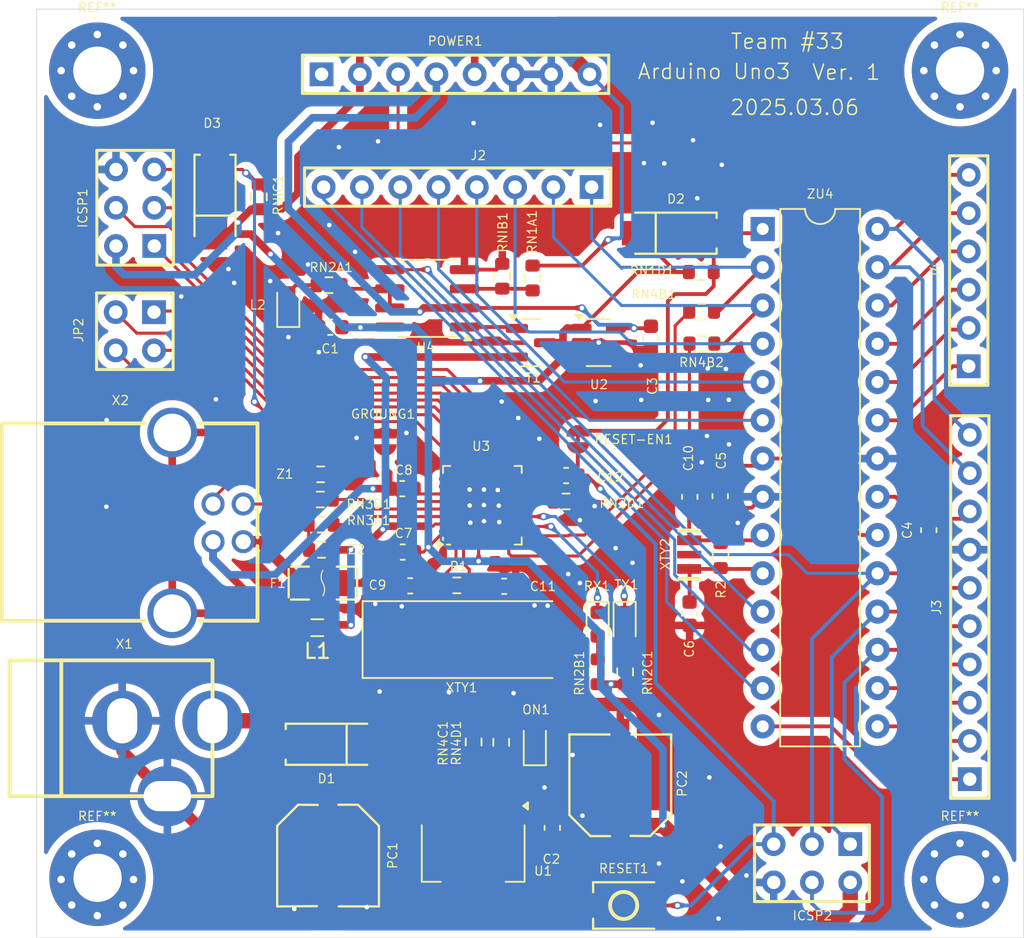
<source format=kicad_pcb>
(kicad_pcb (version 20240108) (generator "pcbnew") (generator_version "8.0")
  (layers (0 "F.Cu" signal) (31 "B.Cu" signal) (34 "B.Paste" user) (35 "F.Paste" user) (36 "B.SilkS" user "B.Silkscreen") (37 "F.SilkS" user "F.Silkscreen") (38 "B.Mask" user) (39 "F.Mask" user) (44 "Edge.Cuts" user))
  (net 0 "")
  (net 1 "GND")
  (net 2 "+5V")
  (net 3 "/AREF")
  (net 4 "Net-(ZU4-AVCC)")
  (net 5 "Net-(ZU4-XTAL2{slash}PB7)")
  (net 6 "/TP_VUCAP")
  (net 7 "Net-(U3-UGND)")
  (net 8 "Net-(U3-XTAL1)")
  (net 9 "Net-(ZU4-XTAL1{slash}PB6)")
  (net 10 "Net-(U3-PC0{slash}XTAL2)")
  (net 11 "Net-(U3-~{HWB}{slash}PD7)")
  (net 12 "/PWRIN")
  (net 13 "/VIN")
  (net 14 "/RESET2")
  (net 15 "Net-(X2-VBUS)")
  (net 16 "/USBVCC")
  (net 17 "/MOSI2")
  (net 18 "/MISO2")
  (net 19 "/SCK2")
  (net 20 "/SCK")
  (net 21 "/MISO")
  (net 22 "/MOSI")
  (net 23 "/IO3")
  (net 24 "/IO5")
  (net 25 "/IO1")
  (net 26 "/IO4")
  (net 27 "/IO7")
  (net 28 "/IO2")
  (net 29 "/IO6")
  (net 30 "/IO0")
  (net 31 "/IO9")
  (net 32 "/AD4{slash}SDA")
  (net 33 "/IO8")
  (net 34 "/SS")
  (net 35 "/AD5{slash}SCL")
  (net 36 "/AD3")
  (net 37 "/AD1")
  (net 38 "/AD0")
  (net 39 "/AD2")
  (net 40 "Net-(U3-PB5)")
  (net 41 "Net-(U3-PB7)")
  (net 42 "Net-(U3-PB4)")
  (net 43 "Net-(U3-PB6)")
  (net 44 "Net-(L1-Pad1)")
  (net 45 "Net-(L2-A)")
  (net 46 "Net-(ON1-A)")
  (net 48 "/+3V3")
  (net 49 "/RESET")
  (net 50 "/CMP")
  (net 51 "/L13")
  (net 52 "Net-(RX1-A)")
  (net 53 "Net-(TX1-A)")
  (net 54 "/RD-")
  (net 55 "/D-")
  (net 56 "/D+")
  (net 57 "/RD+")
  (net 58 "/M8RXD")
  (net 59 "/M8TXD")
  (net 60 "/RXLED")
  (net 61 "Net-(T1-G)")
  (net 62 "/TXLED")
  (footprint "THUN888:HDR-F-2.54_2X3" (layer "F.Cu") (at 153.84 110.86 180)
    (property "Reference" "ICSP2")
    (property "Value" "3X2M" (hide yes))
  )
  (footprint "Resistor_SMD:R_0603_1608Metric" (layer "F.Cu") (at 135.3 72.005 -90)
    (property "Reference" "RN1A1")
    (property "Value" "10K" (hide yes))
  )
  (footprint "LED_SMD:LED_0603_1608Metric" (layer "F.Cu") (at 135.45 102.8675 90)
    (property "Reference" "ON1")
    (property "Value" "GREEN" (hide yes))
  )
  (footprint "THUN888:短接焊盘111" (layer "F.Cu") (at 125.393 82.915 90)
    (property "Reference" "GROUNG1")
    (property "Value" "1M" (hide yes))
  )
  (footprint "Capacitor_SMD:C_0603_1608Metric" (layer "F.Cu") (at 127.185 92.44)
    (property "Reference" "C9")
    (property "Value" "22P" (hide yes))
  )
  (footprint "Capacitor_SMD:C_0603_1608Metric" (layer "F.Cu") (at 126.655 85.99)
    (property "Reference" "C8")
    (property "Value" "1U" (hide yes))
  )
  (footprint "MountingHole:MountingHole_3.2mm_M3_Pad_Via" (layer "F.Cu") (at 106.42 58.24)
    (property "Reference" "REF**")
    (property "Value" "MountingHole_3.2mm_M3_Pad_Via" (hide yes))
  )
  (footprint "Resistor_SMD:R_0603_1608Metric" (layer "F.Cu") (at 121.294998 90.05)
    (property "Reference" "Z2")
    (property "Value" "CG0603MLC-05E" (hide yes))
  )
  (footprint "THUN888:HDR-F-2.54_1X8" (layer "F.Cu") (at 131.6 65.97 180)
    (property "Reference" "J2")
    (property "Value" "8X1F-H8.5" (hide yes))
  )
  (footprint "Resistor_SMD:R_0603_1608Metric" (layer "F.Cu") (at 133.29 71.885 90)
    (property "Reference" "RNIB1")
    (property "Value" "10K" (hide yes))
  )
  (footprint "THUN888:SMA_L4.4-W2.8-LS5.4-RD" (layer "F.Cu") (at 121.6246 102.96 180)
    (property "Reference" "D1")
    (property "Value" "M7" (hide yes))
  )
  (footprint "Package_SO:SOIC-8_3.9x4.9mm_P1.27mm" (layer "F.Cu") (at 128.305 73.355 180)
    (property "Reference" "U4")
    (property "Value" "LM358" (hide yes))
  )
  (footprint "Capacitor_SMD:C_0603_1608Metric" (layer "F.Cu") (at 147.75 86.485 -90)
    (property "Reference" "C5")
    (property "Value" "100n" (hide yes))
  )
  (footprint "Resistor_SMD:R_0603_1608Metric" (layer "F.Cu") (at 121.241666 85.04)
    (property "Reference" "Z1")
    (property "Value" "CG0603MLC-05E" (hide yes))
  )
  (footprint "Package_TO_SOT_SMD:SOT-223-3_TabPin2" (layer "F.Cu") (at 131.36 110.18 -90)
    (property "Reference" "U1")
    (property "Value" "NCP1117ST50T3G" (hide yes))
  )
  (footprint "Package_DFN_QFN:QFN-32-1EP_5x5mm_P0.5mm_EP3.1x3.1mm" (layer "F.Cu") (at 131.97 87.0925 90)
    (property "Reference" "U3")
    (property "Value" "ATmega16U2-MU(R)" (hide yes))
  )
  (footprint "Capacitor_SMD:C_0603_1608Metric" (layer "F.Cu") (at 143.15 75.985 -90)
    (property "Reference" "C3")
    (property "Value" "1U" (hide yes))
  )
  (footprint "THUN888:HDR-F-2.54_2X3" (layer "F.Cu") (at 108.93 67.34 90)
    (property "Reference" "ICSP1")
    (property "Value" "3X2M" (hide yes))
  )
  (footprint "Package_DIP:DIP-28_W7.62mm" (layer "F.Cu") (at 150.57 68.75)
    (property "Reference" "ZU4")
    (property "Value" "ATmega328P-PU" (hide yes))
  )
  (footprint "MountingHole:MountingHole_3.2mm_M3_Pad_Via" (layer "F.Cu") (at 163.662944 111.932944)
    (property "Reference" "REF**")
    (property "Value" "MountingHole_3.2mm_M3_Pad_Via" (hide yes))
  )
  (footprint "Resistor_SMD:R_0603_1608Metric" (layer "F.Cu") (at 146.515 74.24)
    (property "Reference" "RN4B1")
    (property "Value" "1K" (hide yes))
  )
  (footprint "THUN888:OSC-SMD_3P-L3.2-W1.3-P0.95-L" (layer "F.Cu") (at 145.69 90.37 -90)
    (property "Reference" "XTY2")
    (property "Value" "CSTCE16M0V53-R0" (hide yes))
  )
  (footprint "Capacitor_SMD:C_0603_1608Metric" (layer "F.Cu") (at 161.59 88.745 90)
    (property "Reference" "C4")
    (property "Value" "100n" (hide yes))
  )
  (footprint "Capacitor_SMD:C_0603_1608Metric" (layer "F.Cu") (at 145.72 94.29 90)
    (property "Reference" "C6")
    (property "Value" "22P" (hide yes))
  )
  (footprint "Resistor_SMD:R_0603_1608Metric" (layer "F.Cu") (at 121.268332 88.38)
    (property "Reference" "RN3A1")
    (property "Value" "22R" (hide yes))
  )
  (footprint "Resistor_SMD:R_0603_1608Metric" (layer "F.Cu") (at 139.62 98.145 90)
    (property "Reference" "RN2B1")
    (property "Value" "1K" (hide yes))
  )
  (footprint "THUN888:F1206" (layer "F.Cu") (at 121.385 92.26)
    (property "Reference" "F1")
    (property "Value" "MF-MSMF050-2 500MA" (hide yes))
  )
  (footprint "Inductor_SMD:L_0805_2012Metric" (layer "F.Cu") (at 121.02 95.2199 180)
    (property "Reference" "L1")
    (property "Value" "BLM21")
  )
  (footprint "THUN888:CAP-SMD_BD6.3-L6.6-W6.6-LS7.2-FD" (layer "F.Cu") (at 141.12 105.68 90)
    (property "Reference" "PC2")
    (property "Value" "47U" (hide yes))
  )
  (footprint "Capacitor_SMD:C_0603_1608Metric" (layer "F.Cu") (at 133.415 92.47 180)
    (property "Reference" "C11")
    (property "Value" "22P" (hide yes))
  )
  (footprint "THUN888:SW-SMD_L3.9-W3.0-P4.45" (layer "F.Cu") (at 141.3451 113.66)
    (property "Reference" "RESET1")
    (property "Value" "SW_MEC_5E" (hide yes))
  )
  (footprint "Capacitor_SMD:C_0603_1608Metric" (layer "F.Cu") (at 136.61 108.505 90)
    (property "Reference" "C2")
    (property "Value" "100n" (hide yes))
  )
  (footprint "Resistor_SMD:R_0603_1608Metric" (layer "F.Cu") (at 130.275 92.41 180)
    (property "Reference" "R1")
    (property "Value" "1M" (hide yes))
  )
  (footprint "Capacitor_SMD:C_0603_1608Metric" (layer "F.Cu") (at 137.525 85.12)
    (property "Reference" "C12")
    (property "Value" "100n" (hide yes))
  )
  (footprint "MountingHole:MountingHole_3.2mm_M3_Pad_Via" (layer "F.Cu") (at 106.42 111.937944)
    (property "Reference" "REF**")
    (property "Value" "MountingHole_3.2mm_M3_Pad_Via" (hide yes))
  )
  (footprint "Resistor_SMD:R_0603_1608Metric" (layer "F.Cu") (at 117.14 66.615 90)
    (property "Reference" "RNIC1")
    (property "Value" "10K" (hide yes))
  )
  (footprint "THUN888:短接焊盘111" (layer "F.Cu") (at 138.18315 82.7834 90)
    (property "Reference" "RESET-EN1")
    (property "Value" "1M" (hide yes))
  )
  (footprint "Capacitor_SMD:C_0603_1608Metric" (layer "F.Cu") (at 121.875 75.27 180)
    (property "Reference" "C1")
    (property "Value" "100n" (hide yes))
  )
  (footprint "Package_TO_SOT_SMD:SOT-23-5" (layer "F.Cu") (at 139.6925 76.29)
    (property "Reference" "U2")
    (property "Value" "LP2985-33DBVR" (hide yes))
  )
  (footprint "LED_SMD:LED_0603_1608Metric" (layer "F.Cu") (at 119.09 73.7725 90)
    (property "Reference" "L2")
    (property "Value" "YELLOW" (hide yes))
  )
  (footprint "Resistor_SMD:R_0603_1608Metric" (layer "F.Cu") (at 137.525 86.84)
    (property "Reference" "RN2D1")
    (property "Value" "1K" (hide yes))
  )
  (footprint "Resistor_SMD:R_0603_1608Metric" (layer "F.Cu") (at 141.44 98.155 90)
    (property "Reference" "RN2C1")
    (property "Value" "1K" (hide yes))
  )
  (footprint "THUN888:SMA_L4.4-W2.8-LS5.4-RD" (layer "F.Cu") (at 114.23 66.5246 90)
    (property "Reference" "D3")
    (property "Value" "CD1206-SOI575" (hide yes))
  )
  (footprint "LED_SMD:LED_0603_1608Metric" (layer "F.Cu") (at 141.41 94.9925 -90)
    (property "Reference" "TX1")
    (property "Value" "YELLOW" (hide yes))
  )
  (footprint "Resistor_SMD:R_0603_1608Metric" (layer "F.Cu") (at 146.535 76.36)
    (property "Reference" "RN4B2")
    (property "Value" "1K" (hide yes))
  )
  (footprint "THUN888:HDR-F-2.54_1X10" (layer "F.Cu") (at 164.31 93.85 90)
    (property "Reference" "J3")
    (property "Value" "10X1F-H8.5" (hide yes))
  )
  (footprint "Resistor_SMD:R_0603_1608Metric" (layer "F.Cu") (at 121.795 72.48 180)
    (property "Reference" "RN2A1")
    (property "Value" "1K" (hide yes))
  )
  (footprint "Crystal:Crystal_SMD_HC49-SD" (layer "F.Cu") (at 130.72 96.01)
    (property "Reference" "XTY1")
    (property "Value" "16MHZ" (hide yes))
  )
  (footprint "Resistor_SMD:R_0603_1608Metric" (layer "F.Cu") (at 146.495 71.61 180)
    (property "Reference" "RN1D1")
    (property "Value" "10K" (hide yes))
  )
  (footprint "Capacitor_SMD:C_0603_1608Metric" (layer "F.Cu") (at 126.685 90.2)
    (property "Reference" "C7")
    (property "Value" "100n" (hide yes))
  )
  (footprint "Resistor_SMD:R_0603_1608Metric" (layer "F.Cu") (at 147.78 90.435 90)
    (property "Reference" "R2")
    (property "Value" "1M" (hide yes))
  )
  (footprint "THUN888:HDR-F-2.54_1X6" (layer "F.Cu") (at 164.24 72.78 90)
    (property "Reference" "J4")
    (property "Value" "6X1F-H8.5" (hide yes))
  )
  (footprint "THUN888:SMA_L4.4-W2.8-LS5.4-RD" (layer "F.Cu") (at 144.81 69.03)
    (property "Reference" "D2")
    (property "Value" "CD1206-S01575" (hide yes))
  )
  (footprint "Package_TO_SOT_SMD:SOT-23" (layer "F.Cu") (at 135.1975 76.3)
    (property "Reference" "T1")
    (property "Value" "FDN340P" (hide yes))
  )
  (footprint "MountingHole:MountingHole_3.2mm_M3_Pad_Via" (layer "F.Cu") (at 163.662944 58.24)
    (property "Reference" "REF**")
    (property "Value" "MountingHole_3.2mm_M3_Pad_Via" (hide yes))
  )
  (footprint "Resistor_SMD:R_0603_1608Metric" (layer "F.Cu") (at 121.215 86.71)
    (property "Reference" "RN3D1")
    (property "Value" "22R" (hide yes))
  )
  (footprint "Capacitor_SMD:C_0603_1608Metric" (layer "F.Cu") (at 145.73 86.535 -90)
    (property "Reference" "C10")
    (property "Value" "22P" (hide yes))
  )
  (footprint "THUN888:POWERSUPPLY_DC21MMX" (layer "F.Cu") (at 100.6024 97.3868)
    (property "Reference" "X1")
    (property "Value" "POWERSUPPLY_DC21MMX" (hide yes))
  )
  (footprint "LED_SMD:LED_0603_1608Metric" (layer "F.Cu") (at 139.62 94.9925 -90)
    (property "Reference" "RX1")
    (property "Value" "YELLOW" (hide yes))
  )
  (footprint "THUN888:USB-B-TH_USB-B01" (layer "F.Cu") (at 113.745 88.2602 90)
    (property "Reference" "X2")
    (property "Value" "USB_B_TH" (hide yes))
  )
  (footprint "THUN888:HDR-F-2.54_1X8" (layer "F.Cu") (at 128.92 58.48)
    (property "Reference" "POWER1")
    (property "Value" "8X1F-H8.5" (hide yes))
  )
  (footprint "Resistor_SMD:R_0603_1608Metric" (layer "F.Cu") (at 131.39 102.805 90)
    (property "Reference" "RN4C1")
    (property "Value" "1K" (hide yes))
  )
  (footprint "THUN888:HDR-M-2.54_2X2" (layer "F.Cu") (at 108.91 75.54 -90)
    (property "Reference" "JP2")
    (property "Value" "~" (hide yes))
  )
  (footprint "THUN888:CAP-SMD_BD6.3-L6.6-W6.6-LS7.2-FD" (layer "F.Cu") (at 121.73 110.35 -90)
    (property "Reference" "PC1")
    (property "Value" "47U" (hide yes))
  )
  (footprint "Resistor_SMD:R_0603_1608Metric" (layer "F.Cu") (at 133.22 102.825 90)
    (property "Reference" "RN4D1")
    (property "Value" "1K" (hide yes))
  )
  (gr_line (start 102.39 59.48) (end 102.39 54.16) (stroke (width 0.05)) (layer "Edge.Cuts"))
  (gr_line (start 167.89 59.04) (end 167.89 54.34) (stroke (width 0.05)) (layer "Edge.Cuts"))
  (gr_line (start 167.89 54.16) (end 167.89 54.34) (stroke (width 0.05)) (layer "Edge.Cuts"))
  (gr_line (start 102.39 115.82) (end 167.89 115.82) (stroke (width 0.05)) (layer "Edge.Cuts"))
  (gr_line (start 167.89 54.16) (end 102.39 54.16) (stroke (width 0.05)) (layer "Edge.Cuts"))
  (gr_line (start 167.89 115.82) (end 167.89 59.04) (stroke (width 0.05)) (layer "Edge.Cuts"))
  (gr_line (start 102.39 59.48) (end 102.39 115.82) (stroke (width 0.05)) (layer "Edge.Cuts"))
  (gr_text "Ver. 1" (at 153.78 58.93 0) (layer "F.SilkS") (effects (font (size 1 1) (thickness 0.1)) (justify left bottom)))
  (gr_text "Team #33" (at 148.38 56.88 0) (layer "F.SilkS") (effects (font (size 1 1) (thickness 0.1)) (justify left bottom)))
  (gr_text "Arduino Uno3" (at 142.21 58.88 0) (layer "F.SilkS") (effects (font (size 1 1) (thickness 0.1)) (justify left bottom)))
  (gr_text "2025.03.06" (at 148.34 61.27 0) (layer "F.SilkS") (effects (font (size 1 1) (thickness 0.1)) (justify left bottom)))
  (segment (start 147.75 87.26) (end 149.84 87.26) (width 0.254) (layer "F.Cu") (net 1))
  (segment (start 131.22 87.8425) (end 131.97 87.0925) (width 0.2032) (layer "F.Cu") (net 1))
  (segment (start 108.07 101.4) (end 108.07 103.4066) (width 0.762) (layer "F.Cu") (net 1))
  (segment (start 149.84 87.26) (end 150.57 86.53) (width 0.254) (layer "F.Cu") (net 1))
  (segment (start 119.8 75.27) (end 119.09 74.56) (width 0.254) (layer "F.Cu") (net 1))
  (segment (start 143.15 77.12) (end 142.47 77.8) (width 0.508) (layer "F.Cu") (net 1))
  (segment (start 132.9 71.45) (end 133.29 71.06) (width 0.254) (layer "F.Cu") (net 1))
  (segment (start 108.07 103.4066) (end 111.0672 106.4038) (width 0.762) (layer "F.Cu") (net 1))
  (segment (start 135.91 107.03) (end 136.61 107.73) (width 1.016) (layer "F.Cu") (net 1))
  (segment (start 130.78 71.45) (end 132.9 71.45) (width 0.254) (layer "F.Cu") (net 1))
  (segment (start 125.52 82.28) (end 123.96 82.28) (width 0.508) (layer "F.Cu") (net 1))
  (segment (start 161.59 89.52) (end 162.6 89.52) (width 0.2032) (layer "F.Cu") (net 1))
  (segment (start 118.5899 113.8799) (end 121.71 113.8799) (width 0.762) (layer "F.Cu") (net 1))
  (segment (start 121.1 75.27) (end 119.8 75.27) (width 0.254) (layer "F.Cu") (net 1))
  (segment (start 131.22 89.53) (end 131.22 87.8425) (width 0.2032) (layer "F.Cu") (net 1))
  (segment (start 111.1138 106.4038) (end 118.5899 113.8799) (width 0.762) (layer "F.Cu") (net 1))
  (segment (start 111.0672 106.4038) (end 111.1138 106.4038) (width 0.762) (layer "F.Cu") (net 1))
  (segment (start 125.52 82.28) (end 126.92 82.28) (width 0.508) (layer "F.Cu") (net 1))
  (segment (start 123.96 82.28) (end 123.62 82.62) (width 0.508) (layer "F.Cu") (net 1))
  (segment (start 133.66 107.03) (end 135.91 107.03) (width 1.016) (layer "F.Cu") (net 1))
  (segment (start 163.12 90.04) (end 164.31 90.04) (width 0.2032) (layer "F.Cu") (net 1))
  (segment (start 162.6 89.52) (end 163.12 90.04) (width 0.2032) (layer "F.Cu") (net 1))
  (segment (start 143.15 76.76) (end 143.15 77.12) (width 0.508) (layer "F.Cu") (net 1))
  (segment (start 126.92 82.28) (end 126.93 82.29) (width 0.508) (layer "F.Cu") (net 1))
  (via (at 141.93 90.91) (size 0.5) (drill 0.3) (layers "F.Cu" "B.Cu") (net 1))
  (via (at 149.49 111.67) (size 0.5) (drill 0.3) (layers "F.Cu" "B.Cu") (net 1))
  (via (at 137.67 91.66) (size 0.5) (drill 0.3) (layers "F.Cu" "B.Cu") (net 1))
  (via (at 107.04 81.44) (size 0.5) (drill 0.3) (layers "F.Cu" "B.Cu") (net 1))
  (via (at 135.43 93.74) (size 0.5) (drill 0.3) (layers "F.Cu" "B.Cu") (net 1))
  (via (at 142.51 80.1) (size 0.5) (drill 0.3) (layers "F.Cu" "B.Cu") (net 1))
  (via (at 134.04 99.57) (size 0.5) (drill 0.3) (layers "F.Cu" "B.Cu") (net 1))
  (via (at 131.39 61.72) (size 0.5) (drill 0.3) (layers "F.Cu" "B.Cu") (net 1))
  (via (at 126.93 82.29) (size 0.5) (drill 0.3) (layers "F.Cu" "B.Cu") (net 1))
  (via (at 136.3 93.76) (size 0.5) (drill 0.3) (layers "F.Cu" "B.Cu") (net 1))
  (via (at 121.81 68.49) (size 0.5) (drill 0.3) (layers "F.Cu" "B.Cu") (net 1))
  (via (at 143.26 61.7) (size 0.5) (drill 0.3) (layers "F.Cu" "B.Cu") (net 1))
  (via (at 118.41 69.02) (size 0.5) (drill 0.3) (layers "F.Cu" "B.Cu") (net 1))
  (via (at 144.04 64.4) (size 0.5) (drill 0.3) (layers "F.Cu" "B.Cu") (net 1))
  (via (at 137.96 103.67) (size 0.5) (drill 0.3) (layers "F.Cu" "B.Cu") (net 1))
  (via (at 119.1 75.93) (size 0.5) (drill 0.3) (layers "F.Cu" "B.Cu") (net 1))
  (via (at 115.12 71.41) (size 0.5) (drill 0.3) (layers "F.Cu" "B.Cu") (net 1))
  (via (at 111.99 73.23) (size 0.5) (drill 0.3) (layers "F.Cu" "B.Cu") (net 1))
  (via (at 131.17 88.25) (size 0.5) (drill 0.3) (layers "F.Cu" "B.Cu") (net 1))
  (via (at 148.33 83.05) (size 0.5) (drill 0.3) (layers "F.Cu" "B.Cu") (net 1))
  (via (at 138.61 107.7) (size 0.5) (drill 0.3) (layers "F.Cu" "B.Cu") (net 1))
  (via (at 115.5 72.33) (size 0.5) (drill 0.3) (layers "F.Cu" "B.Cu") (net 1))
  (via (at 140.81 89.94) (size 0.5) (drill 0.3) (layers "F.Cu" "B.Cu") (net 1))
  (via (at 139.6925 76.29) (size 0.5) (drill 0.3) (layers "F.Cu" "B.Cu") (net 1))
  (via (at 146.53 84.24) (size 0.5) (drill 0.3) (layers "F.Cu" "B.Cu") (net 1))
  (via (at 139.48 80.17) (size 0.5) (drill 0.3) (layers "F.Cu" "B.Cu") (net 1))
  (via (at 133.25 80.21) (size 0.5) (drill 0.3) (layers "F.Cu" "B.Cu") (net 1))
  (via (at 132.07 86.05) (size 0.5) (drill 0.3) (layers "F.Cu" "B.Cu") (net 1))
  (via (at 114.29 80.06) (size 0.5) (drill 0.3) (layers "F.Cu" "B.Cu") (net 1))
  (via (at 142.69 64.38) (size 0.5) (drill 0.3) (layers "F.Cu" "B.Cu") (net 1))
  (via (at 139.42 87.15) (size 0.5) (drill 0.3) (layers "F.Cu" "B.Cu") (net 1))
  (via (at 133.09 88.21) (size 0.5) (drill 0.3) (layers "F.Cu" "B.Cu") (net 1))
  (via (at 123.62 82.62) (size 0.5) (drill 0.3) (layers "F.Cu" "B.Cu") (net 1))
  (via (at 122.45 63.32) (size 0.5) (drill 0.3) (layers "F.Cu" "B.Cu") (net 1))
  (via (at 124.3 113.77) (size 0.5) (drill 0.3) (layers "F.Cu" "B.Cu") (net 1))
  (via (at 138.44 92.26) (size 0.5) (drill 0.3) (layers "F.Cu" "B.Cu") (net 1))
  (via (at 133.06 87.12) (size 0.5) (drill 0.3) (layers "F.Cu" "B.Cu") (net 1))
  (via (at 143.69 110.88) (size 0.5) (drill 0.3) (layers "F.Cu" "B.Cu") (net 1))
  (via (at 146.96 80.1) (size 0.5) (drill 0.3) (layers "F.Cu" "B.Cu") (net 1))
  (via (at 120.4 71.11) (size 0.5) (drill 0.3) (layers "F.Cu" "B.Cu") (net 1))
  (via (at 124.86 93.64) (size 0.5) (drill 0.3) (layers "F.Cu" "B.Cu") (net 1))
  (via (at 136.09 105.83) (size 0.5) (drill 0.3) (layers "F.Cu" "B.Cu") (net 1))
  (via (at 131.12 86.05) (size 0.5) (drill 0.3) (layers "F.Cu" "B.Cu") (net 1))
  (via (at 147.03 105.16) (size 0.5) (drill 0.3) (layers "F.Cu" "B.Cu") (net 1))
  (via (at 146.87 82.49) (size 0.5) (drill 0.3) (layers "F.Cu" "B.Cu") (net 1))
  (via (at 148.92 88.26) (size 0.5) (drill 0.3) (layers "F.Cu" "B.Cu") (net 1))
  (via (at 107.02 87.19) (size 0.5) (drill 0.3) (layers "F.Cu" "B.Cu") (net 1))
  (via (at 148.32 80.09) (size 0.5) (drill 0.3) (layers "F.Cu" "B.Cu") (net 1))
  (via (at 132.07 87.08) (size 0.5) (drill 0.3) (layers "F.Cu" "B.Cu") (net 1))
  (via (at 147.86 64.49) (size 0.5) (drill 0.3) (layers "F.Cu" "B.Cu") (net 1))
  (via (at 121.12 76.93) (size 0.5) (drill 0.3) (layers "F.Cu" "B.Cu") (net 1))
  (via (at 123.524546 70.26667) (size 0.5) (drill 0.3) (layers "F.Cu" "B.Cu") (net 1))
  (via (at 147.77 109.74) (size 0.5) (drill 0.3) (layers "F.Cu" "B.Cu") (net 1))
  (via (at 146.92 78.01) (size 0.5) (drill 0.3) (layers "F.Cu" "B.Cu") (net 1))
  (via (at 145.24 112.06) (size 0.5) (drill 0.3) (layers "F.Cu" "B.Cu") (net 1))
  (via (at 134.35 81.3) (size 0.5) (drill 0.3) (layers "F.Cu" "B.Cu") (net 1))
  (via (at 131.13 87.11) (size 0.5) (drill 0.3) (layers "F.Cu" "B.Cu") (net 1))
  (via (at 129.76 99.51) (size 0.5) (drill 0.3) (layers "F.Cu" "B.Cu") (net 1))
  (via (at 119.49 113.89) (size 0.5) (drill 0.3) (layers "F.Cu" "B.Cu") (net 1))
  (via (at 148.13 78.04) (size 0.5) (drill 0.3) (layers "F.Cu" "B.Cu") (net 1))
  (via (at 143.69 101.01) (size 0.5) (drill 0.3) (layers "F.Cu" "B.Cu") (net 1))
  (via (at 117.89 72.21) (size 0.5) (drill 0.3) (layers "F.Cu" "B.Cu") (net 1))
  (via (at 126.62 93.8) (size 0.5) (drill 0.3) (layers "F.Cu" "B.Cu") (net 1))
  (via (at 142.47 77.8) (size 0.5) (drill 0.3) (layers "F.Cu" "B.Cu") (net 1))
  (via (at 132.99 86.08) (size 0.5) (drill 0.3) (layers "F.Cu" "B.Cu") (net 1))
  (via (at 125.15 99.46) (size 0.5) (drill 0.3) (layers "F.Cu" "B.Cu") (net 1))
  (via (at 125.05 62.93) (size 0.5) (drill 0.3) (layers "F.Cu" "B.Cu") (net 1))
  (via (at 135.75 82.68) (size 0.5) (drill 0.3) (layers "F.Cu" "B.Cu") (net 1))
  (via (at 146.23 66.71) (size 0.5) (drill 0.3) (layers "F.Cu" "B.Cu") (net 1))
  (via (at 145.95 62.86) (size 0.5) (drill 0.3) (layers "F.Cu" "B.Cu") (net 1))
  (via (at 139.78 61.84) (size 0.5) (drill 0.3) (layers "F.Cu" "B.Cu") (net 1))
  (via (at 132.08 88.15) (size 0.5) (drill 0.3) (layers "F.Cu" "B.Cu") (net 1))
  (via (at 138.44 88.08) (size 0.5) (drill 0.3) (layers "F.Cu" "B.Cu") (net 1))
  (via (at 147.64 114.53) (size 0.5) (drill 0.3) (layers "F.Cu" "B.Cu") (net 1))
  (segment (start 124.55 56.55) (end 131.16 56.55) (width 0.508) (layer "F.Cu") (net 2))
  (segment (start 125.82 75.27) (end 125.83 75.26) (width 0.508) (layer "F.Cu") (net 2))
  (segment (start 136.135 76.3) (end 137.26 76.3) (width 0.508) (layer "F.Cu") (net 2))
  (segment (start 114.23 69.09) (end 116.59 69.09) (width 0.508) (layer "F.Cu") (net 2))
  (segment (start 137.61 75.32) (end 137.32 75.61) (width 0.508) (layer "F.Cu") (net 2))
  (segment (start 144.8246 71.61) (end 142.2446 69.03) (width 0.254) (layer "F.Cu") (net 2))
  (segment (start 137.32 77.25) (end 135.74 78.83) (width 0.508) (layer "F.Cu") (net 2))
  (segment (start 131.46 56.85) (end 131.46 58.48) (width 0.508) (layer "F.Cu") (net 2))
  (segment (start 137.63 75.34) (end 137.61 75.32) (width 0.508) (layer "F.Cu") (net 2))
  (segment (start 156.38 113.96) (end 156.38 112.13) (width 1.016) (layer "F.Cu") (net 2))
  (segment (start 137.32 75.61) (end 137.32 76.24) (width 0.508) (layer "F.Cu") (net 2))
  (segment (start 131.16 56.55) (end 131.46 56.85) (width 0.508) (layer "F.Cu") (net 2))
  (segment (start 116.59 69.09) (end 117.92 70.42) (width 0.508) (layer "F.Cu") (net 2))
  (segment (start 141.43 98.97) (end 141.44 98.98) (width 0.508) (layer "F.Cu") (net 2))
  (segment (start 131.72 89.53) (end 131.72 90.81) (width 0.2032) (layer "F.Cu") (net 2))
  (segment (start 129.5325 88.8425) (end 129.42 88.8425) (width 0.2032) (layer "F.Cu") (net 2))
  (segment (start 123.84 57.26) (end 124.55 56.55) (width 0.508) (layer "F.Cu") (net 2))
  (segment (start 131.39 113.3) (end 131.36 113.33) (width 1.016) (layer "F.Cu") (net 2))
  (segment (start 131.78 78.83) (end 131.8 78.83) (width 0.508) (layer "F.Cu") (net 2))
  (segment (start 139.62 98.97) (end 141.43 98.97) (width 0.508) (layer "F.Cu") (net 2))
  (segment (start 138.555 75.34) (end 137.63 75.34) (width 0.508) (layer "F.Cu") (net 2))
  (segment (start 145.67 71.61) (end 142.285 71.61) (width 0.254) (layer "F.Cu") (net 2))
  (segment (start 119.73 63.97) (end 123.84 59.86) (width 0.508) (layer "F.Cu") (net 2))
  (segment (start 123.84 59.86) (end 123.84 57.26) (width 0.508) (layer "F.Cu") (net 2))
  (segment (start 140.1101 109.36) (end 141.1201 108.35) (width 1.016) (layer "F.Cu") (net 2))
  (segment (start 114.23 69.09) (end 114.98 69.09) (width 0.508) (layer "F.Cu") (net 2))
  (segment (start 131.39 109.36) (end 131.39 113.3) (width 1.016) (layer "F.Cu") (net 2))
  (segment (start 114.98 69.09) (end 115.75 68.32) (width 0.508) (layer "F.Cu") (net 2))
  (segment (start 133.2 103.63) (end 133.22 103.65) (width 1.016) (layer "F.Cu") (net 2))
  (segment (start 150.09 114.49) (end 155.89 114.49) (width 1.016) (layer "F.Cu") (net 2))
  (segment (start 135.74 78.83) (end 131.78 78.83) (width 0.508) (layer "F.Cu") (net 2))
  (segment (start 128.0625 90.2) (end 127.46 90.2) (width 0.2032) (layer "F.Cu") (net 2))
  (segment (start 138.555 77.24) (end 137.33 77.24) (width 0.508) (layer "F.Cu") (net 2))
  (segment (start 118.64 67.44) (end 119.73 66.35) (width 0.508) (layer "F.Cu") (net 2))
  (segment (start 123.84 59.86) (end 123.84 58.48) (width 0.508) (layer "F.Cu") (net 2))
  (segment (start 137.26 76.3) (end 137.32 76.24) (width 0.508) (layer "F.Cu") (net 2))
  (segment (start 119.73 66.35) (end 119.73 63.97) (width 0.508) (layer "F.Cu") (net 2))
  (segment (start 131.39 103.63) (end 131.39 109.36) (width 1.016) (layer "F.Cu") (net 2))
  (segment (start 116.63 67.44) (end 115.75 68.32) (width 0.508) (layer "F.Cu") (net 2))
  (segment (start 117.14 67.44) (end 118.64 67.44) (width 0.508) (layer "F.Cu") (net 2))
  (segment (start 117.14 67.44) (end 116.63 67.44) (width 0.508) (layer "F.Cu") (net 2))
  (segment (start 155.89 114.45) (end 156.38 113.96) (width 1.016) (layer "F.Cu") (net 2))
  (segment (start 141.1201 108.35) (end 143.95 108.35) (width 1.016) (layer "F.Cu") (net 2))
  (segment (start 137.32 76.24) (end 137.32 77.25) (width 0.508) (layer "F.Cu") (net 2))
  (segment (start 122.65 75.27) (end 125.82 75.27) (width 0.508) (layer "F.Cu") (net 2))
  (segment (start 131.39 109.36) (end 140.1101 109.36) (width 1.016) (layer "F.Cu") (net 2))
  (segment (start 131.8 78.83) (end 131.81 78.84) (width 0.508) (layer "F.Cu") (net 2))
  (segment (start 131.39 103.63) (end 133.2 103.63) (width 1.016) (layer "F.Cu") (net 2))
  (segment (start 143.95 108.35) (end 150.09 114.49) (width 1.016) (layer "F.Cu") (net 2))
  (segment (start 155.89 114.49) (end 155.89 114.45) (width 1.016) (layer "F.Cu") (net 2))
  (segment (start 142.285 71.61) (end 138.555 75.34) (width 0.254) (layer "F.Cu") (net 2))
  (segment (start 129.42 88.8425) (end 128.0625 90.2) (width 0.2032) (layer "F.Cu") (net 2))
  (segment (start 137.33 77.24) (end 137.32 77.25) (width 0.508) (layer "F.Cu") (net 2))
  (segment (start 145.67 71.61) (end 144.8246 71.61) (width 0.254) (layer "F.Cu") (net 2))
  (via (at 140.5 98.97) (size 0.5) (drill 0.3) (layers "F.Cu" "B.Cu") (net 2))
  (via (at 123.88 75.29) (size 0.5) (drill 0.3) (layers "F.Cu" "B.Cu") (net 2))
  (via (at 117.92 70.42) (size 0.5) (drill 0.3) (layers "F.Cu" "B.Cu") (net 2))
  (via (at 131.72 90.81) (size 0.5) (drill 0.3) (layers "F.Cu" "B.Cu") (net 2))
  (via (at 131.81 78.84) (size 0.5) (drill 0.3) (layers "F.Cu" "B.Cu") (net 2))
  (via (at 143.95 108.35) (size 0.5) (drill 0.3) (layers "F.Cu" "B.Cu") (net 2))
  (via (at 128.38625 89.87625) (size 0.5) (drill 0.3) (layers "F.Cu" "B.Cu") (net 2))
  (via (at 115.75 68.32) (size 0.5) (drill 0.3) (layers "F.Cu" "B.Cu") (net 2))
  (segment (start 124.52 75.29) (end 123.88 75.29) (width 0.508) (layer "B.Cu") (net 2))
  (segment (start 127.5 75.29) (end 124.52 75.29) (width 0.508) (layer "B.Cu") (net 2))
  (segment (start 129.32 90.81) (end 128.38625 89.87625) (width 0.508) (layer "B.Cu") (net 2))
  (segment (start 140.32 99.65) (end 143.95 103.28) (width 0.508) (layer "B.Cu") (net 2))
  (segment (start 122.79 75.29) (end 117.92 70.42) (width 0.508) (layer "B.Cu") (net 2))
  (segment (start 107.66 69.88) (end 107.66 71.26) (width 0.508) (layer "B.Cu") (net 2))
  (segment (start 132.21 90.81) (end 131.72 90.81) (width 0.508) (layer "B.Cu") (net 2))
  (segment (start 124.52 75.29) (end 122.79 75.29) (width 0.508) (layer "B.Cu") (net 2))
  (segment (start 140.32 99.65) (end 140.32 99.15) (width 0.508) (layer "B.Cu") (net 2))
  (segment (start 107.66 71.26) (end 108.19 71.79) (width 0.508) (layer "B.Cu") (net 2))
  (segment (start 131.81 78.84) (end 128.39625 78.84) (width 0.508) (layer "B.Cu") (net 2))
  (segment (start 128.38625 89.87625) (end 128.38625 79.79625) (width 0.508) (layer "B.Cu") (net 2))
  (segment (start 112.89 71.79) (end 115.75 68.93) (width 0.508) (layer "B.Cu") (net 2))
  (segment (start 129.32 90.81) (end 131.72 90.81) (width 0.2032) (layer "B.Cu") (net 2))
  (segment (start 139.83 95.65) (end 139.83 99.16) (width 0.508) (layer "B.Cu") (net 2))
  (segment (start 143.95 103.28) (end 143.95 108.35) (width 0.508) (layer "B.Cu") (net 2))
  (segment (start 139.83 99.16) (end 140.32 99.65) (width 0.508) (layer "B.Cu") (net 2))
  (segment (start 134.99 90.81) (end 139.83 95.65) (width 0.508) (layer "B.Cu") (net 2))
  (segment (start 128.38625 78.83) (end 128.38625 76.17625) (width 0.508) (layer "B.Cu") (net 2))
  (segment (start 132.21 90.81) (end 129.32 90.81) (width 0.508) (layer "B.Cu") (net 2))
  (segment (start 128.38625 79.79625) (end 128.38625 78.83) (width 0.508) (layer "B.Cu") (net 2))
  (segment (start 108.19 71.79) (end 112.89 71.79) (width 0.508) (layer "B.Cu") (net 2))
  (segment (start 128.38625 76.17625) (end 127.5 75.29) (width 0.508) (layer "B.Cu") (net 2))
  (segment (start 115.75 68.93) (end 115.75 68.32) (width 0.508) (layer "B.Cu") (net 2))
  (segment (start 132.21 90.81) (end 134.99 90.81) (width 0.508) (layer "B.Cu") (net 2))
  (segment (start 128.39625 78.84) (end 128.38625 78.83) (width 0.508) (layer "B.Cu") (net 2))
  (segment (start 140.32 99.15) (end 140.5 98.97) (width 0.508) (layer "B.Cu") (net 2))
  (segment (start 160.83 87.99) (end 163.82 87.99) (width 0.254) (layer "F.Cu") (net 3))
  (segment (start 158.19 86.53) (end 159.37 86.53) (width 0.254) (layer "F.Cu") (net 3))
  (segment (start 163.82 87.99) (end 164.31 87.5) (width 0.254) (layer "F.Cu") (net 3))
  (segment (start 159.37 86.53) (end 160.83 87.99) (width 0.254) (layer "F.Cu") (net 3))
  (segment (start 150.09 84.47) (end 150.57 83.99) (width 0.254) (layer "F.Cu") (net 4))
  (segment (start 151.99 83.99) (end 150.57 83.99) (width 0.254) (layer "F.Cu") (net 4))
  (segment (start 157.07 89.07) (end 151.99 83.99) (width 0.254) (layer "F.Cu") (net 4))
  (segment (start 147.75 85.71) (end 148.98 84.48) (width 0.254) (layer "F.Cu") (net 4))
  (segment (start 148.98 84.48) (end 148.98 84.47) (width 0.254) (layer "F.Cu") (net 4))
  (segment (start 158.19 89.07) (end 157.07 89.07) (width 0.254) (layer "F.Cu") (net 4))
  (segment (start 148.98 84.47) (end 150.09 84.47) (width 0.254) (layer "F.Cu") (net 4))
  (segment (start 150.28 91.32) (end 150.57 91.61) (width 0.254) (layer "F.Cu") (net 5))
  (segment (start 145.72 91.35) (end 145.69 91.32) (width 0.254) (layer "F.Cu") (net 5))
  (segment (start 145.72 93.515) (end 145.72 91.35) (width 0.254) (layer "F.Cu") (net 5))
  (segment (start 145.69 91.32) (end 150.28 91.32) (width 0.254) (layer "F.Cu") (net 5))
  (segment (start 129.5325 86.3425) (end 127.7825 86.3425) (width 0.2032) (layer "F.Cu") (net 6))
  (segment (start 127.7825 86.3425) (end 127.43 85.99) (width 0.2032) (layer "F.Cu") (net 6))
  (segment (start 118.7301 95.2601) (end 120.08 95.2601) (width 0.508) (layer "F.Cu") (net 7))
  (segment (start 125.52 84.56) (end 125.88 84.92) (width 0.254) (layer "F.Cu") (net 7))
  (segment (start 126.7325 86.8425) (end 125.88 85.99) (width 0.2032) (layer "F.Cu") (net 7))
  (segment (start 129.5325 86.8425) (end 126.7325 86.8425) (width 0.2032) (layer "F.Cu") (net 7))
  (segment (start 125.52 83.423) (end 125.52 84.56) (width 0.254) (layer "F.Cu") (net 7))
  (segment (start 125.88 85.99) (end 124.7 85.99) (width 0.508) (layer "F.Cu") (net 7))
  (segment (start 125.88 84.92) (end 125.88 85.99) (width 0.254) (layer "F.Cu") (net 7))
  (segment (start 114.1 89.5101) (end 114.1 90.63) (width 0.508) (layer "F.Cu") (net 7))
  (segment (start 114.1 90.63) (end 118.7301 95.2601) (width 0.508) (layer "F.Cu") (net 7))
  (via (at 124.7 85.99) (size 0.5) (drill 0.3) (layers "F.Cu" "B.Cu") (net 7))
  (segment (start 114.1 90.66) (end 114.1 89.5101) (width 0.508) (layer "B.Cu") (net 7))
  (segment (start 118.21 91.71) (end 115.15 91.71) (width 0.508) (layer "B.Cu") (net 7))
  (segment (start 123.93 85.99) (end 118.21 91.71) (width 0.508) (layer "B.Cu") (net 7))
  (segment (start 115.15 91.71) (end 114.1 90.66) (width 0.508) (layer "B.Cu") (net 7))
  (segment (start 124.7 85.99) (end 123.93 85.99) (width 0.508) (layer "B.Cu") (net 7))
  (segment (start 127.4 96.01) (end 126.47 96.01) (width 0.2032) (layer "F.Cu") (net 8))
  (segment (start 129.45 92.41) (end 127.99 92.41) (width 0.2032) (layer "F.Cu") (net 8))
  (segment (start 129.46 93.95) (end 127.4 96.01) (width 0.2032) (layer "F.Cu") (net 8))
  (segment (start 129.46 91.71) (end 129.46 93.95) (width 0.2032) (layer "F.Cu") (net 8))
  (segment (start 127.99 92.41) (end 127.96 92.44) (width 0.2032) (layer "F.Cu") (net 8))
  (segment (start 130.22 89.53) (end 130.22 90.95) (width 0.2032) (layer "F.Cu") (net 8))
  (segment (start 130.22 90.95) (end 129.46 91.71) (width 0.2032) (layer "F.Cu") (net 8))
  (segment (start 150.22 89.42) (end 150.57 89.07) (width 0.254) (layer "F.Cu") (net 9))
  (segment (start 145.69 87.35) (end 145.73 87.31) (width 0.254) (layer "F.Cu") (net 9))
  (segment (start 145.69 89.42) (end 150.22 89.42) (width 0.254) (layer "F.Cu") (net 9))
  (segment (start 145.69 89.42) (end 145.69 87.35) (width 0.254) (layer "F.Cu") (net 9))
  (segment (start 131.1 91.35) (end 131.1 92.41) (width 0.2032) (layer "F.Cu") (net 10))
  (segment (start 130.72 89.53) (end 130.72 90.97) (width 0.2032) (layer "F.Cu") (net 10))
  (segment (start 131.1 94.73) (end 132.38 96.01) (width 0.2032) (layer "F.Cu") (net 10))
  (segment (start 131.1 92.41) (end 131.1 94.73) (width 0.2032) (layer "F.Cu") (net 10))
  (segment (start 130.72 90.97) (end 131.1 91.35) (width 0.2032) (layer "F.Cu") (net 10))
  (segment (start 131.1 92.41) (end 132.58 92.41) (width 0.2032) (layer "F.Cu") (net 10))
  (segment (start 132.58 92.41) (end 132.64 92.47) (width 0.2032) (layer "F.Cu") (net 10))
  (segment (start 132.38 96.01) (end 134.97 96.01) (width 0.2032) (layer "F.Cu") (net 10))
  (segment (start 134.4075 86.8425) (end 136.6975 86.8425) (width 0.2032) (layer "F.Cu") (net 11))
  (segment (start 136.75 85.12) (end 136.75 86.79) (width 0.2032) (layer "F.Cu") (net 11))
  (segment (start 136.75 86.79) (end 136.7 86.84) (width 0.2032) (layer "F.Cu") (net 11))
  (segment (start 136.6975 86.8425) (end 136.7 86.84) (width 0.2032) (layer "F.Cu") (net 11))
  (segment (start 117.4992 101.4) (end 119.0592 102.96) (width 1.016) (layer "F.Cu") (net 12))
  (segment (start 114.0644 101.4) (end 117.4992 101.4) (width 1.016) (layer "F.Cu") (net 12))
  (segment (start 129.06 104.46) (end 127.56 102.96) (width 1.016) (layer "F.Cu") (net 13))
  (segment (start 111.79 63.12) (end 105.05 63.12) (width 1.016) (layer "F.Cu") (net 13))
  (segment (start 106.04 94.62) (end 106.04 94.66) (width 1.016) (layer "F.Cu") (net 13))
  (segment (start 119.42 55.49) (end 111.79 63.12) (width 1.016) (layer "F.Cu") (net 13))
  (segment (start 104.57 93.15) (end 106.04 94.62) (width 1.016) (layer "F.Cu") (net 13))
  (segment (start 124.19 102.96) (end 124.19 103.81) (width 1.016) (layer "F.Cu") (net 13))
  (segment (start 135.3 71.18) (end 138.6 71.18) (width 0.254) (layer "F.Cu") (net 13))
  (segment (start 136.09 55.49) (end 119.42 55.49) (width 1.016) (layer "F.Cu") (net 13))
  (segment (start 129.06 107.03) (end 129.06 104.46) (width 1.016) (layer "F.Cu") (net 13))
  (segment (start 116.48 97.75) (end 117.805 99.075) (width 1.016) (layer "F.Cu") (net 13))
  (segment (start 138.6 71.18) (end 140.31 69.47) (width 0.254) (layer "F.Cu") (net 13))
  (segment (start 121.71 106.29) (end 121.71 108.54) (width 1.016) (layer "F.Cu") (net 13))
  (segment (start 106.04 94.66) (end 109.13 97.75) (width 1.016) (layer "F.Cu") (net 13))
  (segment (start 109.13 97.75) (end 116.48 97.75) (width 1.016) (layer "F.Cu") (net 13))
  (segment (start 139.08 58.48) (end 136.09 55.49) (width 1.016) (layer "F.Cu") (net 13))
  (segment (start 105.05 63.12) (end 104.57 63.6) (width 1.016) (layer "F.Cu") (net 13))
  (segment (start 127.56 102.96) (end 124.19 102.96) (width 1.016) (layer "F.Cu") (net 13))
  (segment (start 117.805 99.075) (end 120.345 99.075) (width 1.016) (layer "F.Cu") (net 13))
  (segment (start 122.618 101.388) (end 124.19 102.96) (width 1.016) (layer "F.Cu") (net 13))
  (segment (start 120.345 99.075) (end 122.618 101.348) (width 1.016) (layer "F.Cu") (net 13))
  (segment (start 122.618 101.348) (end 122.618 101.388) (width 1.016) (layer "F.Cu") (net 13))
  (segment (start 124.19 103.81) (end 121.71 106.29) (width 1.016) (layer "F.Cu") (net 13))
  (segment (start 104.57 63.6) (end 104.57 93.15) (width 1.016) (layer "F.Cu") (net 13))
  (via (at 140.31 69.47) (size 0.5) (drill 0.3) (layers "F.Cu" "B.Cu") (net 13))
  (segment (start 140.41 69.37) (end 140.31 69.47) (width 0.254) (layer "B.Cu") (net 13))
  (segment (start 141.09 69.37) (end 140.41 69.37) (width 0.254) (layer "B.Cu") (net 13))
  (segment (start 139.08 58.48) (end 141.22 60.62) (width 0.254) (layer "B.Cu") (net 13))
  (segment (start 141.22 60.62) (end 141.22 69.24) (width 0.254) (layer "B.Cu") (net 13))
  (segment (start 141.22 69.24) (end 141.09 69.37) (width 0.254) (layer "B.Cu") (net 13))
  (segment (start 116.85 80.22) (end 118.168501 81.538501) (width 0.2032) (layer "F.Cu") (net 14))
  (segment (start 116.39 65.04) (end 117.14 65.79) (width 0.2032) (layer "F.Cu") (net 14))
  (segment (start 118.168501 81.538501) (end 127.588501 81.538501) (width 0.2032) (layer "F.Cu") (net 14))
  (segment (start 116.28 65.04) (end 116.39 65.04) (width 0.2032) (layer "F.Cu") (net 14))
  (segment (start 116.04 64.8) (end 110.2 64.8) (width 0.2032) (layer "F.Cu") (net 14))
  (segment (start 117.49 66.25) (end 116.04 64.8) (width 0.2032) (layer "F.Cu") (net 14))
  (segment (start 130.22 84.17) (end 130.22 84.655) (width 0.2032) (layer "F.Cu") (net 14))
  (segment (start 127.588501 81.538501) (end 130.22 84.17) (width 0.2032) (layer "F.Cu") (net 14))
  (via (at 116.28 65.04) (size 0.5) (drill 0.3) (layers "F.Cu" "B.Cu") (net 14))
  (via (at 116.85 80.22) (size 0.5) (drill 0.3) (layers "F.Cu" "B.Cu") (net 14))
  (segment (start 116.28 65.04) (end 116.85 65.61) (width 0.2032) (layer "B.Cu") (net 14))
  (segment (start 116.85 65.61) (end 116.85 80.22) (width 0.2032) (layer "B.Cu") (net 14))
  (segment (start 116.1 89.5101) (end 117.1901 89.5101) (width 0.762) (layer "F.Cu") (net 15))
  (segment (start 117.1901 89.5101) (end 119.94 92.26) (width 0.762) (layer "F.Cu") (net 15))
  (segment (start 124.5 89.54) (end 125.05 88.99) (width 0.508) (layer "F.Cu") (net 16))
  (segment (start 125.05 88.99) (end 125.56 88.48) (width 0.508) (layer "F.Cu") (net 16))
  (segment (start 122.83 92.26) (end 123.98 92.26) (width 0.508) (layer "F.Cu") (net 16))
  (segment (start 125.56 88.48) (end 128.15 88.48) (width 0.508) (layer "F.Cu") (net 16))
  (segment (start 124.5 89.7) (end 124.5 89.54) (width 0.508) (layer "F.Cu") (net 16))
  (segment (start 124.38 91.86) (end 124.5 91.74) (width 0.508) (layer "F.Cu") (net 16))
  (segment (start 124.5 91.74) (end 124.5 89.7) (width 0.508) (layer "F.Cu") (net 16))
  (segment (start 128.15 88.48) (end 128.69 88.48) (width 0.2032) (layer "F.Cu") (net 16))
  (segment (start 123.98 92.26) (end 124.38 91.86) (width 0.508) (layer "F.Cu") (net 16))
  (segment (start 128.8275 88.3425) (end 129.5325 88.3425) (width 0.2032) (layer "F.Cu") (net 16))
  (segment (start 128.69 88.48) (end 128.8275 88.3425) (width 0.2032) (layer "F.Cu") (net 16))
  (segment (start 124.21 77.25) (end 124.2 77.24) (width 0.508) (layer "F.Cu") (net 16))
  (segment (start 134.26 77.25) (end 124.21 77.25) (width 0.508) (layer "F.Cu") (net 16))
  (via (at 124.2 77.24) (size 0.5) (drill 0.3) (layers "F.Cu" "B.Cu") (net 16))
  (via (at 125.36 88.69) (size 0.5) (drill 0.3) (layers "F.Cu" "B.Cu") (net 16))
  (segment (start 125.54 88.51) (end 125.36 88.69) (width 0.508) (layer "B.Cu") (net 16))
  (segment (start 125.54 79.03) (end 125.54 88.51) (width 0.508) (layer "B.Cu") (net 16))
  (segment (start 125.59 78.98) (end 125.54 79.03) (width 0.508) (layer "B.Cu") (net 16))
  (segment (start 124.2 77.24) (end 125.59 78.63) (width 0.508) (layer "B.Cu") (net 16))
  (segment (start 125.59 78.63) (end 125.59 78.98) (width 0.508) (layer "B.Cu") (net 16))
  (segment (start 129.46 78.61) (end 119.566578 78.61) (width 0.2032) (layer "F.Cu") (net 17))
  (segment (start 119.566578 78.61) (end 111.53 70.573422) (width 0.2032) (layer "F.Cu") (net 17))
  (segment (start 134.4075 83.5575) (end 129.46 78.61) (width 0.2032) (layer "F.Cu") (net 17))
  (segment (start 111.53 70.573422) (end 111.53 68.924) (width 0.2032) (layer "F.Cu") (net 17))
  (segment (start 134.4075 85.3425) (end 134.4075 83.5575) (width 0.2032) (layer "F.Cu") (net 17))
  (segment (start 108.91 68.59) (end 107.66 67.34) (width 0.2032) (layer "F.Cu") (net 17))
  (segment (start 111.53 68.924) (end 111.196 68.59) (width 0.2032) (layer "F.Cu") (net 17))
  (segment (start 111.196 68.59) (end 108.91 68.59) (width 0.2032) (layer "F.Cu") (net 17))
  (segment (start 129.303422 79.1) (end 133.72 83.516578) (width 0.2032) (layer "F.Cu") (net 18))
  (segment (start 133.72 83.516578) (end 133.72 84.655) (width 0.2032) (layer "F.Cu") (net 18))
  (segment (start 110.2 69.88) (end 110.2 69.89) (width 0.2032) (layer "F.Cu") (net 18))
  (segment (start 119.41 79.1) (end 129.303422 79.1) (width 0.2032) (layer "F.Cu") (net 18))
  (segment (start 110.2 69.89) (end 119.41 79.1) (width 0.2032) (layer "F.Cu") (net 18))
  (segment (start 129.64 78.08) (end 119.683156 78.08) (width 0.2032) (layer "F.Cu") (net 19))
  (segment (start 112 70.396844) (end 112 68.026449) (width 0.2032) (layer "F.Cu") (net 19))
  (segment (start 135.23 83.67) (end 129.64 78.08) (width 0.2032) (layer "F.Cu") (net 19))
  (segment (start 134.4075 85.8425) (end 135.0875 85.8425) (width 0.2032) (layer "F.Cu") (net 19))
  (segment (start 119.683156 78.08) (end 112 70.396844) (width 0.2032) (layer "F.Cu") (net 19))
  (segment (start 135.23 85.7) (end 135.23 83.67) (width 0.2032) (layer "F.Cu") (net 19))
  (segment (start 111.313551 67.34) (end 110.2 67.34) (width 0.2032) (layer "F.Cu") (net 19))
  (segment (start 112 68.026449) (end 111.313551 67.34) (width 0.2032) (layer "F.Cu") (net 19))
  (segment (start 135.0875 85.8425) (end 135.23 85.7) (width 0.2032) (layer "F.Cu") (net 19))
  (segment (start 125.83 71.45) (end 128.34 71.45) (width 0.2032) (layer "F.Cu") (net 20))
  (segment (start 158.19 91.61) (end 160.58 91.61) (width 0.254) (layer "F.Cu") (net 20))
  (segment (start 160.58 91.61) (end 161.55 92.58) (width 0.254) (layer "F.Cu") (net 20))
  (segment (start 161.55 92.58) (end 164.31 92.58) (width 0.254) (layer "F.Cu") (net 20))
  (via (at 128.34 71.45) (size 0.5) (drill 0.3) (layers "F.Cu" "B.Cu") (net 20))
  (segment (start 128.34 71.57) (end 128.34 71.45) (width 0.2032) (layer "B.Cu") (net 20))
  (segment (start 158.19 91.61) (end 153.52 91.61) (width 0.2032) (layer "B.Cu") (net 20))
  (segment (start 153.84 109.59) (end 153.84 95.96) (width 0.254) (layer "B.Cu") (net 20))
  (segment (start 153.84 95.96) (end 158.19 91.61) (width 0.254) (layer "B.Cu") (net 20))
  (segment (start 153.52 91.61) (end 152.28 90.37) (width 0.2032) (layer "B.Cu") (net 20))
  (segment (start 147.14 90.37) (end 128.34 71.57) (width 0.2032) (layer "B.Cu") (net 20))
  (segment (start 152.28 90.37) (end 147.14 90.37) (width 0.2032) (layer "B.Cu") (net 20))
  (segment (start 158.19 94.15) (end 160.39 94.15) (width 0.254) (layer "F.Cu") (net 21))
  (segment (start 161.36 95.12) (end 164.31 95.12) (width 0.254) (layer "F.Cu") (net 21))
  (segment (start 160.39 94.15) (end 161.36 95.12) (width 0.254) (layer "F.Cu") (net 21))
  (segment (start 156.38 109.59) (end 155.16 108.37) (width 0.254) (layer "B.Cu") (net 21))
  (segment (start 155.16 97.18) (end 158.19 94.15) (width 0.254) (layer "B.Cu") (net 21))
  (segment (start 155.16 108.37) (end 155.16 97.18) (width 0.254) (layer "B.Cu") (net 21))
  (segment (start 160.98 97.66) (end 164.31 97.66) (width 0.254) (layer "F.Cu") (net 22))
  (segment (start 158.19 96.69) (end 160.01 96.69) (width 0.254) (layer "F.Cu") (net 22))
  (segment (start 160.01 96.69) (end 160.98 97.66) (width 0.254) (layer "F.Cu") (net 22))
  (segment (start 157.89 114.15) (end 158.49 113.55) (width 0.254) (layer "B.Cu") (net 22))
  (segment (start 154.46 114.15) (end 157.89 114.15) (width 0.254) (layer "B.Cu") (net 22))
  (segment (start 156 98.88) (end 158.19 96.69) (width 0.254) (layer "B.Cu") (net 22))
  (segment (start 158.49 106.45) (end 156 103.96) (width 0.254) (layer "B.Cu") (net 22))
  (segment (start 156 103.96) (end 156 98.88) (width 0.254) (layer "B.Cu") (net 22))
  (segment (start 153.84 112.13) (end 153.84 113.53) (width 0.254) (layer "B.Cu") (net 22))
  (segment (start 158.49 113.55) (end 158.49 106.45) (width 0.254) (layer "B.Cu") (net 22))
  (segment (start 153.84 113.53) (end 154.46 114.15) (width 0.254) (layer "B.Cu") (net 22))
  (segment (start 131.6 73.09) (end 137.42 78.91) (width 0.2032) (layer "B.Cu") (net 23))
  (segment (start 131.6 65.97) (end 131.6 73.09) (width 0.2032) (layer "B.Cu") (net 23))
  (segment (start 137.42 78.91) (end 150.57 78.91) (width 0.2032) (layer "B.Cu") (net 23))
  (segment (start 126.52 65.97) (end 126.52 70.486448) (width 0.2032) (layer "B.Cu") (net 24))
  (segment (start 150.183552 94.15) (end 150.57 94.15) (width 0.2032) (layer "B.Cu") (net 24))
  (segment (start 126.52 70.486448) (end 150.183552 94.15) (width 0.2032) (layer "B.Cu") (net 24))
  (segment (start 148.04 76.36) (end 150.57 73.83) (width 0.254) (layer "F.Cu") (net 25))
  (segment (start 147.36 76.36) (end 148.04 76.36) (width 0.254) (layer "F.Cu") (net 25))
  (segment (start 141.2025 73.83) (end 150.57 73.83) (width 0.2032) (layer "B.Cu") (net 25))
  (segment (start 136.68 65.97) (end 136.68 69.3075) (width 0.2032) (layer "B.Cu") (net 25))
  (segment (start 136.68 69.3075) (end 141.2025 73.83) (width 0.2032) (layer "B.Cu") (net 25))
  (segment (start 129.06 71.42) (end 139.09 81.45) (width 0.2032) (layer "B.Cu") (net 26))
  (segment (start 139.09 81.45) (end 150.57 81.45) (width 0.2032) (layer "B.Cu") (net 26))
  (segment (start 129.06 65.97) (end 129.06 71.42) (width 0.2032) (layer "B.Cu") (net 26))
  (segment (start 144.2 93.51) (end 149.92 99.23) (width 0.2032) (layer "B.Cu") (net 27))
  (segment (start 121.44 66.783552) (end 144.2 89.543552) (width 0.2032) (layer "B.Cu") (net 27))
  (segment (start 144.2 89.543552) (end 144.2 93.51) (width 0.2032) (layer "B.Cu") (net 27))
  (segment (start 149.92 99.23) (end 150.57 99.23) (width 0.2032) (layer "B.Cu") (net 27))
  (segment (start 121.44 65.97) (end 121.44 66.783552) (width 0.2032) (layer "B.Cu") (net 27))
  (segment (start 141.87 76.37) (end 150.57 76.37) (width 0.2032) (layer "B.Cu") (net 28))
  (segment (start 134.14 74.69) (end 135.04 75.59) (width 0.2032) (layer "B.Cu") (net 28))
  (segment (start 141.09 75.59) (end 141.87 76.37) (width 0.2032) (layer "B.Cu") (net 28))
  (segment (start 134.14 65.97) (end 134.14 74.69) (width 0.2032) (layer "B.Cu") (net 28))
  (segment (start 135.04 75.59) (end 141.09 75.59) (width 0.2032) (layer "B.Cu") (net 28))
  (segment (start 123.98 68.63) (end 144.73 89.38) (width 0.2032) (layer "B.Cu") (net 29))
  (segment (start 144.73 89.38) (end 144.73 91.71) (width 0.2032) (layer "B.Cu") (net 29))
  (segment (start 123.98 65.97) (end 123.98 68.63) (width 0.2032) (layer "B.Cu") (net 29))
  (segment (start 149.71 96.69) (end 150.57 96.69) (width 0.2032) (layer "B.Cu") (net 29))
  (segment (start 144.73 91.71) (end 149.71 96.69) (width 0.2032) (layer "B.Cu") (net 29))
  (segment (start 147.34 74.24) (end 147.62 74.24) (width 0.254) (layer "F.Cu") (net 30))
  (segment (start 147.62 74.24) (end 150.57 71.29) (width 0.254) (layer "F.Cu") (net 30))
  (segment (start 139.22 69.36) (end 141.22 71.36) (width 0.2032) (layer "B.Cu") (net 30))
  (segment (start 139.22 65.97) (end 139.22 69.36) (width 0.2032) (layer "B.Cu") (net 30))
  (segment (start 141.22 71.36) (end 141.29 71.29) (width 0.2032) (layer "B.Cu") (net 30))
  (segment (start 141.29 71.29) (end 150.57 71.29) (width 0.2032) (layer "B.Cu") (net 30))
  (segment (start 159.72 101.77) (end 158.19 101.77) (width 0.254) (layer "F.Cu") (net 31))
  (segment (start 160.69 102.74) (end 159.72 101.77) (width 0.254) (layer "F.Cu") (net 31))
  (segment (start 164.31 102.74) (end 160.69 102.74) (width 0.254) (layer "F.Cu") (net 31))
  (segment (start 158.19 71.29) (end 159.08 71.29) (width 0.254) (layer "F.Cu") (net 32))
  (segment (start 162.67 67.7) (end 164.24 67.7) (width 0.254) (layer "F.Cu") (net 32))
  (segment (start 159.08 71.29) (end 162.67 67.7) (width 0.254) (layer "F.Cu") (net 32))
  (segment (start 161.18 72.16) (end 161.18 81.83) (width 0.254) (layer "B.Cu") (net 32))
  (segment (start 161.18 81.83) (end 164.31 84.96) (width 0.254) (layer "B.Cu") (net 32))
  (segment (start 158.19 71.29) (end 160.31 71.29) (width 0.254) (layer "B.Cu") (net 32))
  (segment (start 160.31 71.29) (end 161.18 72.16) (width 0.254) (layer "B.Cu") (net 32))
  (segment (start 155.09 101.77) (end 158.6 105.28) (width 0.254) (layer "F.Cu") (net 33))
  (segment (start 150.57 101.77) (end 155.09 101.77) (width 0.254) (layer "F.Cu") (net 33))
  (segment (start 158.6 105.28) (end 164.31 105.28) (width 0.254) (layer "F.Cu") (net 33))
  (segment (start 160.27 99.23) (end 161.24 100.2) (width 0.254) (layer "F.Cu") (net 34))
  (segment (start 158.19 99.23) (end 160.27 99.23) (width 0.254) (layer "F.Cu") (net 34))
  (segment (start 161.24 100.2) (end 164.31 100.2) (width 0.254) (layer "F.Cu") (net 34))
  (segment (start 158.19 68.75) (end 159.37 68.75) (width 0.254) (layer "F.Cu") (net 35))
  (segment (start 159.37 68.75) (end 162.96 65.16) (width 0.254) (layer "F.Cu") (net 35))
  (segment (start 162.96 65.16) (end 164.24 65.16) (width 0.254) (layer "F.Cu") (net 35))
  (segment (start 158.19 68.75) (end 159.49 68.75) (width 0.254) (layer "B.Cu") (net 35))
  (segment (start 159.49 68.75) (end 161.97 71.23) (width 0.254) (layer "B.Cu") (net 35))
  (segment (start 161.97 71.23) (end 161.97 80.08) (width 0.254) (layer "B.Cu") (net 35))
  (segment (start 161.97 80.08) (end 164.31 82.42) (width 0.254) (layer "B.Cu") (net 35))
  (segment (start 158.19 73.83) (end 159.12 73.83) (width 0.254) (layer "F.Cu") (net 36))
  (segment (start 159.12 73.83) (end 162.71 70.24) (width 0.254) (layer "F.Cu") (net 36))
  (segment (start 162.71 70.24) (end 164.24 70.24) (width 0.254) (layer "F.Cu") (net 36))
  (segment (start 163.03 75.43) (end 164.13 75.43) (width 0.254) (layer "F.Cu") (net 37))
  (segment (start 158.19 78.91) (end 159.55 78.91) (width 0.254) (layer "F.Cu") (net 37))
  (segment (start 164.13 75.43) (end 164.24 75.32) (width 0.254) (layer "F.Cu") (net 37))
  (segment (start 159.55 78.91) (end 163.03 75.43) (width 0.254) (layer "F.Cu") (net 37))
  (segment (start 158.19 81.45) (end 159.6 81.45) (width 0.254) (layer "F.Cu") (net 38))
  (segment (start 163.19 77.86) (end 164.24 77.86) (width 0.254) (layer "F.Cu") (net 38))
  (segment (start 159.6 81.45) (end 163.19 77.86) (width 0.254) (layer "F.Cu") (net 38))
  (segment (start 158.19 76.37) (end 159.53 76.37) (width 0.254) (layer "F.Cu") (net 39))
  (segment (start 159.53 76.37) (end 163.12 72.78) (width 0.254) (layer "F.Cu") (net 39))
  (segment (start 163.12 72.78) (end 164.24 72.78) (width 0.254) (layer "F.Cu") (net 39))
  (segment (start 109.037 75.667) (end 114.587 75.667) (width 0.2032) (layer "F.Cu") (net 40))
  (segment (start 129.017466 80.1072) (end 132.72 83.809734) (width 0.2032) (layer "F.Cu") (net 40))
  (segment (start 132.72 83.809734) (end 132.72 84.655) (width 0.2032) (layer "F.Cu") (net 40))
  (segment (start 114.587 75.667) (end 119.0272 80.1072) (width 0.2032) (layer "F.Cu") (net 40))
  (segment (start 107.64 74.27) (end 109.037 75.667) (width 0.2032) (layer "F.Cu") (net 40))
  (segment (start 119.0272 80.1072) (end 129.017466 80.1072) (width 0.2032) (layer "F.Cu") (net 40))
  (segment (start 131.72 84.124486) (end 131.72 84.655) (width 0.2032) (layer "F.Cu") (net 41))
  (segment (start 115.866448 78.38) (end 118.567749 81.081301) (width 0.2032) (layer "F.Cu") (net 41))
  (segment (start 107.64 76.81) (end 109.21 78.38) (width 0.2032) (layer "F.Cu") (net 41))
  (segment (start 109.21 78.38) (end 115.866448 78.38) (width 0.2032) (layer "F.Cu") (net 41))
  (segment (start 128.676815 81.081301) (end 131.72 84.124486) (width 0.2032) (layer "F.Cu") (net 41))
  (segment (start 118.567749 81.081301) (end 128.676815 81.081301) (width 0.2032) (layer "F.Cu") (net 41))
  (segment (start 110.408289 74.198289) (end 113.848289 74.198289) (width 0.2032) (layer "F.Cu") (net 42))
  (segment (start 119.3 79.65) (end 129.206844 79.65) (width 0.2032) (layer "F.Cu") (net 42))
  (segment (start 133.22 83.663156) (end 133.22 84.655) (width 0.2032) (layer "F.Cu") (net 42))
  (segment (start 113.848289 74.198289) (end 119.3 79.65) (width 0.2032) (layer "F.Cu") (net 42))
  (segment (start 129.206844 79.65) (end 133.22 83.663156) (width 0.2032) (layer "F.Cu") (net 42))
  (segment (start 118.7344 80.5644) (end 114.98 76.81) (width 0.2032) (layer "F.Cu") (net 43))
  (segment (start 114.98 76.81) (end 110.18 76.81) (width 0.2032) (layer "F.Cu") (net 43))
  (segment (start 127.64 80.5644) (end 118.7344 80.5644) (width 0.2032) (layer "F.Cu") (net 43))
  (segment (start 127.64 80.5644) (end 128.806492 80.5644) (width 0.2032) (layer "F.Cu") (net 43))
  (segment (start 128.806492 80.5644) (end 132.22 83.977908) (width 0.2032) (layer "F.Cu") (net 43))
  (segment (start 132.22 83.977908) (end 132.22 84.22) (width 0.2032) (layer "F.Cu") (net 43))
  (segment (start 111.39 82.2602) (end 111.39 94.2602) (width 0.508) (layer "F.Cu") (net 44))
  (segment (start 122.119998 90.05) (end 123.25 90.05) (width 0.508) (layer "F.Cu") (net 44))
  (segment (start 111.39 94.2602) (end 115.5602 94.2602) (width 0.508) (layer "F.Cu") (net 44))
  (segment (start 122.28 96.41) (end 122.28 95.03) (width 0.508) (layer "F.Cu") (net 44))
  (segment (start 115.25 83.32) (end 114.1902 82.2602) (width 0.508) (layer "F.Cu") (net 44))
  (segment (start 121.36 83.32) (end 115.25 83.32) (width 0.508) (layer "F.Cu") (net 44))
  (segment (start 121.956 96.734) (end 122.28 96.41) (width 0.508) (layer "F.Cu") (net 44))
  (segment (start 123.23 95.03) (end 123.25 95.05) (width 0.508) (layer "F.Cu") (net 44))
  (segment (start 122.28 95.03) (end 123.23 95.03) (width 0.508) (layer "F.Cu") (net 44))
  (segment (start 114.1902 82.2602) (end 111.39 82.2602) (width 0.508) (layer "F.Cu") (net 44))
  (segment (start 118.034 96.734) (end 121.956 96.734) (width 0.508) (layer "F.Cu") (net 44))
  (segment (start 122.066666 84.026666) (end 121.36 83.32) (width 0.508) (layer "F.Cu") (net 44))
  (segment (start 122.066666 85.04) (end 122.066666 84.026666) (width 0.508) (layer "F.Cu") (net 44))
  (segment (start 115.5602 94.2602) (end 118.034 96.734) (width 0.508) (layer "F.Cu") (net 44))
  (via (at 123.25 90.05) (size 0.5) (drill 0.3) (layers "F.Cu" "B.Cu") (net 44))
  (via (at 123.25 95.05) (size 0.5) (drill 0.3) (layers "F.Cu" "B.Cu") (net 44))
  (segment (start 123.25 95.05) (end 123.25 90.05) (width 0.508) (layer "B.Cu") (net 44))
  (segment (start 119.09 72.985) (end 119.585 72.49) (width 0.254) (layer "F.Cu") (net 45))
  (segment (start 119.585 72.49) (end 120.11 72.49) (width 0.254) (layer "F.Cu") (net 45))
  (segment (start 120.11 72.49) (end 120.12 72.48) (width 0.254) (layer "F.Cu") (net 45))
  (segment (start 120.12 72.48) (end 120.97 72.48) (width 0.254) (layer "F.Cu") (net 45))
  (segment (start 131.39 101.98) (end 135.35 101.98) (width 1.016) (layer "F.Cu") (net 46))
  (segment (start 135.35 101.98) (end 135.45 102.08) (width 1.016) (layer "F.Cu") (net 46))
  (segment (start 128.08 73.99) (end 127.82 74.25) (width 0.508) (layer "F.Cu") (net 48))
  (segment (start 130.78 73.99) (end 128.08 73.99) (width 0.508) (layer "F.Cu") (net 48))
  (segment (start 130.78 73.99) (end 138.57 73.99) (width 0.254) (layer "F.Cu") (net 48))
  (segment (start 143.02 75.34) (end 143.15 75.21) (width 0.254) (layer "F.Cu") (net 48))
  (segment (start 138.57 73.99) (end 138.58 74) (width 0.254) (layer "F.Cu") (net 48))
  (segment (start 140.83 75.34) (end 143.02 75.34) (width 0.254) (layer "F.Cu") (net 48))
  (via (at 142.03 75.34) (size 0.5) (drill 0.3) (layers "F.Cu" "B.Cu") (net 48))
  (via (at 127.82 74.25) (size 0.5) (drill 0.3) (layers "F.Cu" "B.Cu") (net 48))
  (via (at 138.58 74) (size 0.5) (drill 0.3) (layers "F.Cu" "B.Cu") (net 48))
  (segment (start 128.92 59.98) (end 127.53 61.37) (width 0.508) (layer "B.Cu") (net 48))
  (segment (start 127.53 61.37) (end 120.69 61.37) (width 0.508) (layer "B.Cu") (net 48))
  (segment (start 119.1 67.41) (end 125.94 74.25) (width 0.508) (layer "B.Cu") (net 48))
  (segment (start 141.7974 75.1074) (end 142.03 75.34) (width 0.254) (layer "B.Cu") (net 48))
  (segment (start 139.6874 75.1074) (end 141.7974 75.1074) (width 0.254) (layer "B.Cu") (net 48))
  (segment (start 120.69 61.37) (end 119.1 62.96) (width 0.508) (layer "B.Cu") (net 48))
  (segment (start 125.94 74.25) (end 127.82 74.25) (width 0.508) (layer "B.Cu") (net 48))
  (segment (start 119.1 62.96) (end 119.1 67.41) (width 0.508) (layer "B.Cu") (net 48))
  (segment (start 138.58 74) (end 139.6874 75.1074) (width 0.254) (layer "B.Cu") (net 48))
  (segment (start 128.92 58.48) (end 128.92 59.98) (width 0.508) (layer "B.Cu") (net 48))
  (segment (start 146.8 73.07) (end 144.75 73.07) (width 0.254) (layer "F.Cu") (net 49))
  (segment (start 144.2774 73.5426) (end 144.2774 81.3826) (width 0.254) (layer "F.Cu") (net 49))
  (segment (start 144.46 63.04) (end 147.3754 65.9554) (width 0.2) (layer "F.Cu") (net 49))
  (segment (start 138.3 83.30155) (end 138.31015 83.2914) (width 0.254) (layer "F.Cu") (net 49))
  (segment (start 143.5116 82.1484) (end 138.31015 82.1484) (width 0.254) (layer "F.Cu") (net 49))
  (segment (start 147.32 72.55) (end 146.8 73.07) (width 0.254) (layer "F.Cu") (net 49))
  (segment (start 143.53 113.66) (end 144.92 113.66) (width 0.254) (layer "F.Cu") (net 49))
  (segment (start 138.31015 83.2914) (end 138.31015 82.1484) (width 0.254) (layer "F.Cu") (net 49))
  (segment (start 144.2774 81.3826) (end 143.5116 82.1484) (width 0.254) (layer "F.Cu") (net 49))
  (segment (start 138.3 85.12) (end 138.92 85.12) (width 0.254) (layer "F.Cu") (net 49))
  (segment (start 150.29 69.03) (end 150.57 68.75) (width 0.254) (layer "F.Cu") (net 49))
  (segment (start 144.75 73.07) (end 144.2774 73.5426) (width 0.254) (layer "F.Cu") (net 49))
  (segment (start 147.3754 69.03) (end 150.29 69.03) (width 0.254) (layer "F.Cu") (net 49))
  (segment (start 147.32 71.61) (end 147.32 69.0854) (width 0.254) (layer "F.Cu") (net 49))
  (segment (start 126.38 58.48) (end 126.38 62.44) (width 0.2) (layer "F.Cu") (net 49))
  (segment (start 138.3 85.12) (end 138.3 83.30155) (width 0.254) (layer "F.Cu") (net 49))
  (segment (start 138.92 85.12) (end 139.8 86) (width 0.254) (layer "F.Cu") (net 49))
  (segment (start 126.98 63.04) (end 144.46 63.04) (width 0.2) (layer "F.Cu") (net 49))
  (segment (start 147.32 69.0854) (end 147.3754 69.03) (width 0.254) (layer "F.Cu") (net 49))
  (segment (start 126.38 62.44) (end 126.98 63.04) (width 0.2) (layer "F.Cu") (net 49))
  (segment (start 147.32 71.61) (end 147.32 72.55) (width 0.254) (layer "F.Cu") (net 49))
  (segment (start 147.3754 65.9554) (end 147.3754 69.03) (width 0.2) (layer "F.Cu") (net 49))
  (via (at 139.8 86) (size 0.5) (drill 0.3) (layers "F.Cu" "B.Cu") (net 49))
  (via (at 144.92 113.66) (size 0.5) (drill 0.3) (layers "F.Cu" "B.Cu") (net 49))
  (segment (start 143.46 98.89) (end 151.3 106.73) (width 0.254) (layer "B.Cu") (net 49))
  (segment (start 149.88 109.59) (end 145.81 113.66) (width 0.254) (layer "B.Cu") (net 49))
  (segment (start 139.8 86) (end 143.46 89.66) (width 0.254) (layer "B.Cu") (net 49))
  (segment (start 143.46 89.66) (end 143.46 98.89) (width 0.254) (layer "B.Cu") (net 49))
  (segment (start 151.3 106.73) (end 151.3 109.59) (width 0.254) (layer "B.Cu") (net 49))
  (segment (start 145.81 113.66) (end 144.92 113.66) (width 0.254) (layer "B.Cu") (net 49))
  (segment (start 151.3 109.59) (end 149.88 109.59) (width 0.254) (layer "B.Cu") (net 49))
  (segment (start 130.78 72.72) (end 134.97 72.72) (width 0.254) (layer "F.Cu") (net 50))
  (segment (start 125.83 72.72) (end 122.86 72.72) (width 0.254) (layer "F.Cu") (net 51))
  (segment (start 125.83 72.72) (end 125.83 73.99) (width 0.254) (layer "F.Cu") (net 51))
  (segment (start 122.86 72.72) (end 122.62 72.48) (width 0.254) (layer "F.Cu") (net 51))
  (segment (start 139.62 95.78) (end 139.62 97.32) (width 0.2032) (layer "F.Cu") (net 52))
  (segment (start 141.41 95.78) (end 141.41 97.3) (width 0.2032) (layer "F.Cu") (net 53))
  (segment (start 141.41 97.3) (end 141.44 97.33) (width 0.2032) (layer "F.Cu") (net 53))
  (segment (start 124.21 88.38) (end 122.093332 88.38) (width 0.2032) (layer "F.Cu") (net 54))
  (segment (start 124.7475 87.8425) (end 124.21 88.38) (width 0.2032) (layer "F.Cu") (net 54))
  (segment (start 129.5325 87.8425) (end 124.7475 87.8425) (width 0.2032) (layer "F.Cu") (net 54))
  (segment (start 118.01 87.01) (end 116.1 87.01) (width 0.2032) (layer "F.Cu") (net 55))
  (segment (start 120.443332 88.38) (end 119.38 88.38) (width 0.2032) (layer "F.Cu") (net 55))
  (segment (start 120.443332 88.38) (end 120.443332 90.023334) (width 0.2032) (layer "F.Cu") (net 55))
  (segment (start 119.38 88.38) (end 118.01 87.01) (width 0.2032) (layer "F.Cu") (net 55))
  (segment (start 120.443332 90.023334) (end 120.469998 90.05) (width 0.2032) (layer "F.Cu") (net 55))
  (segment (start 120.39 85.066666) (end 120.416666 85.04) (width 0.2032) (layer "F.Cu") (net 56))
  (segment (start 114.1 86.65) (end 114.1 87.01) (width 0.2032) (layer "F.Cu") (net 56))
  (segment (start 120.39 86.71) (end 118.89 86.71) (width 0.2032) (layer "F.Cu") (net 56))
  (segment (start 117.82 85.64) (end 115.11 85.64) (width 0.2032) (layer "F.Cu") (net 56))
  (segment (start 118.89 86.71) (end 117.82 85.64) (width 0.2032) (layer "F.Cu") (net 56))
  (segment (start 120.39 86.71) (end 120.39 85.066666) (width 0.2032) (layer "F.Cu") (net 56))
  (segment (start 115.11 85.64) (end 114.1 86.65) (width 0.2032) (layer "F.Cu") (net 56))
  (segment (start 129.5325 87.3425) (end 124.7025 87.3425) (width 0.2032) (layer "F.Cu") (net 57))
  (segment (start 124.7025 87.3425) (end 124.07 86.71) (width 0.2032) (layer "F.Cu") (net 57))
  (segment (start 124.07 86.71) (end 122.04 86.71) (width 0.2032) (layer "F.Cu") (net 57))
  (segment (start 135.0225 88.8425) (end 135.3 89.12) (width 0.2032) (layer "F.Cu") (net 58))
  (segment (start 137.73 89.07) (end 138.75 89.07) (width 0.2032) (layer "F.Cu") (net 58))
  (segment (start 135.3 89.12) (end 137.68 89.12) (width 0.2032) (layer "F.Cu") (net 58))
  (segment (start 144.76 83.06) (end 144.76 75.17) (width 0.2032) (layer "F.Cu") (net 58))
  (segment (start 138.75 89.07) (end 144.76 83.06) (width 0.2032) (layer "F.Cu") (net 58))
  (segment (start 144.76 75.17) (end 145.69 74.24) (width 0.2032) (layer "F.Cu") (net 58))
  (segment (start 134.4075 88.8425) (end 135.0225 88.8425) (width 0.2032) (layer "F.Cu") (net 58))
  (segment (start 137.68 89.12) (end 137.73 89.07) (width 0.2032) (layer "F.Cu") (net 58))
  (segment (start 133.89 90.46) (end 138.33 90.46) (width 0.2032) (layer "F.Cu") (net 59))
  (segment (start 145.71 83.08) (end 145.71 76.36) (width 0.2032) (layer "F.Cu") (net 59))
  (segment (start 133.72 89.53) (end 133.72 90.29) (width 0.2032) (layer "F.Cu") (net 59))
  (segment (start 133.72 90.29) (end 133.89 90.46) (width 0.2032) (layer "F.Cu") (net 59))
  (segment (start 138.33 90.46) (end 145.71 83.08) (width 0.2032) (layer "F.Cu") (net 59))
  (segment (start 134.4075 88.3425) (end 135.2325 88.3425) (width 0.2032) (layer "F.Cu") (net 60))
  (segment (start 135.39 88.5) (end 136.52 88.5) (width 0.2032) (layer "F.Cu") (net 60))
  (segment (start 139.61 93.24) (end 139.61 94.195) (width 0.2032) (layer "F.Cu") (net 60))
  (segment (start 135.2325 88.3425) (end 135.39 88.5) (width 0.2032) (layer "F.Cu") (net 60))
  (segment (start 139.61 94.195) (end 139.62 94.205) (width 0.2032) (layer "F.Cu") (net 60))
  (via (at 139.61 93.24) (size 0.5) (drill 0.3) (layers "F.Cu" "B.Cu") (net 60))
  (via (at 136.52 88.5) (size 0.5) (drill 0.3) (layers "F.Cu" "B.Cu") (net 60))
  (segment (start 136.54 88.5) (end 139.61 91.57) (width 0.2032) (layer "B.Cu") (net 60))
  (segment (start 136.52 88.5) (end 136.54 88.5) (width 0.2032) (layer "B.Cu") (net 60))
  (segment (start 139.61 91.57) (end 139.61 93.24) (width 0.2032) (layer "B.Cu") (net 60))
  (segment (start 130.78 75.26) (end 134.17 75.26) (width 0.254) (layer "F.Cu") (net 61))
  (segment (start 134.17 75.26) (end 134.26 75.35) (width 0.254) (layer "F.Cu") (net 61))
  (segment (start 134.4075 87.8425) (end 135.7125 87.8425) (width 0.2032) (layer "F.Cu") (net 62))
  (segment (start 141.41 93.14) (end 141.38 93.11) (width 0.2032) (layer "F.Cu") (net 62))
  (segment (start 135.7125 87.8425) (end 136.0275 87.8425) (width 0.2032) (layer "F.Cu") (net 62))
  (segment (start 136.0275 87.8425) (end 136.03 87.84) (width 0.2032) (layer "F.Cu") (net 62))
  (segment (start 141.41 94.205) (end 141.41 93.14) (width 0.2032) (layer "F.Cu") (net 62))
  (via (at 141.38 93.11) (size 0.5) (drill 0.3) (layers "F.Cu" "B.Cu") (net 62))
  (via (at 136.03 87.84) (size 0.5) (drill 0.3) (layers "F.Cu" "B.Cu") (net 62))
  (segment (start 136.82 87.84) (end 141.38 92.4) (width 0.2032) (layer "B.Cu") (net 62))
  (segment (start 136.03 87.84) (end 136.82 87.84) (width 0.2032) (layer "B.Cu") (net 62))
  (segment (start 141.38 92.4) (end 141.38 93.11) (width 0.2032) (layer "B.Cu") (net 62))
  (zone (net 1) (net_name "GND") (layer "F.Cu") (connect_pads (clearance 0.5)) (min_thickness 0.25) (fill yes (thermal_gap 0.5) (thermal_bridge_width 0.5))
    (polygon (pts (xy 167.87 115.82) (xy 167.87 54.15) (xy 102.42 54.15) (xy 102.4 54.17) (xy 102.4 115.82)))
  )
  (zone (net 1) (net_name "GND") (layer "B.Cu") (priority 1) (connect_pads (clearance 0.5)) (min_thickness 0.25) (fill yes (thermal_gap 0.5) (thermal_bridge_width 0.5))
    (polygon (pts (xy 167.89 115.82) (xy 167.89 54.16) (xy 102.39 54.16) (xy 102.39 115.82)))
  )
)
</source>
